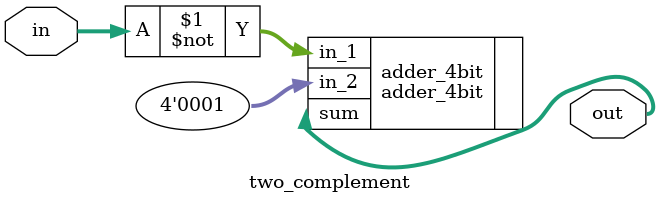
<source format=v>
module two_complement(
  out,
  in
);

  output [3:0] out;
  input  [3:0] in;

  adder_4bit adder_4bit(
    .sum(out),
    .in_1(~in),
    .in_2(4'b0001)
  );

endmodule

</source>
